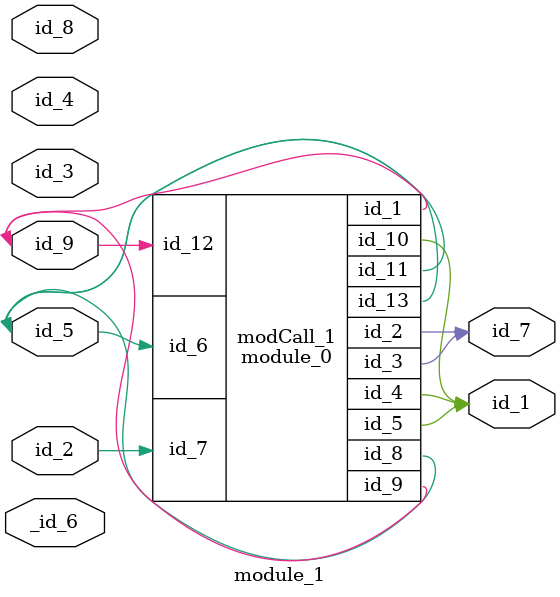
<source format=v>
module module_0 (
    id_1,
    id_2,
    id_3,
    id_4,
    id_5,
    id_6,
    id_7,
    id_8,
    id_9,
    id_10,
    id_11,
    id_12,
    id_13
);
  inout wire id_13;
  input wire id_12;
  inout tri id_11;
  output wire id_10;
  output wire id_9;
  inout wire id_8;
  input wire id_7;
  input wire id_6;
  output wire id_5;
  output wire id_4;
  output wire id_3;
  output wire id_2;
  output wire id_1;
  assign id_11 = 1;
endmodule
module module_1 #(
    parameter id_6 = 32'd70
) (
    id_1,
    id_2,
    id_3,
    id_4,
    id_5,
    _id_6,
    id_7,
    id_8,
    id_9
);
  inout wire id_9;
  input wire id_8;
  output wire id_7;
  inout wire _id_6;
  inout wire id_5;
  input wire id_4;
  input wire id_3;
  module_0 modCall_1 (
      id_9,
      id_7,
      id_7,
      id_1,
      id_1,
      id_5,
      id_2,
      id_5,
      id_9,
      id_1,
      id_5,
      id_9,
      id_5
  );
  input wire id_2;
  output wire id_1;
  wire [1 : id_6] id_10, id_11, id_12, id_13;
endmodule

</source>
